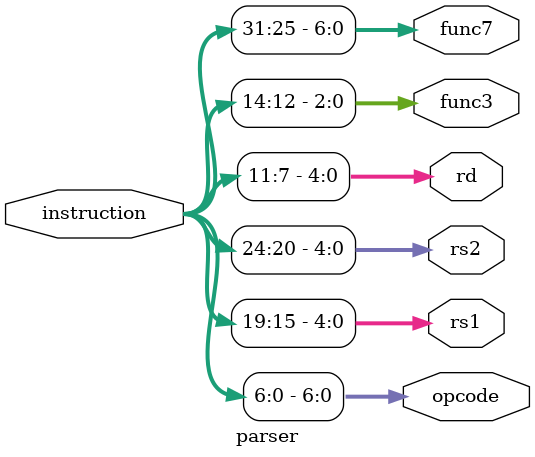
<source format=v>
module parser(input [31:0] instruction,
output[6:0] opcode,
output [4:0] rs1,
output [4:0] rs2,
output [4:0] rd,
output [2:0] func3,
output  [6:0]func7
);

assign opcode=instruction[6:0];
assign rs1=instruction[19:15];
assign rs2=instruction[24:20];
assign rd=instruction[11:7];
assign func3=instruction[14:12];
assign func7=instruction[31:25];
endmodule
</source>
